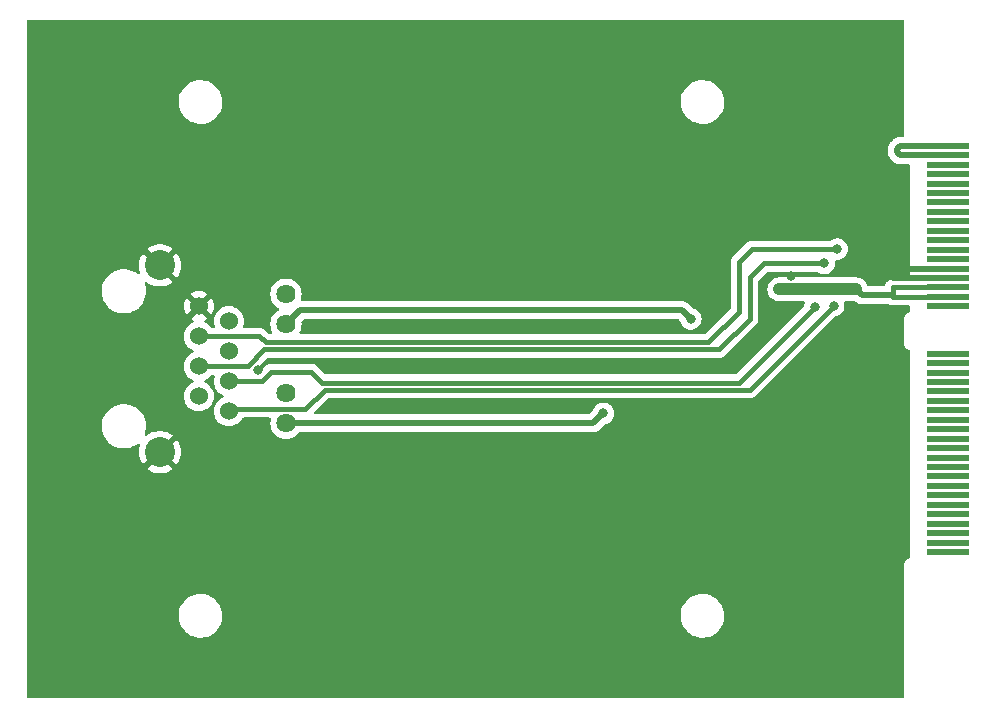
<source format=gbr>
%TF.GenerationSoftware,KiCad,Pcbnew,7.0.2*%
%TF.CreationDate,2024-05-20T10:49:14+02:00*%
%TF.ProjectId,dsoxlan,64736f78-6c61-46e2-9e6b-696361645f70,rev?*%
%TF.SameCoordinates,Original*%
%TF.FileFunction,Copper,L2,Bot*%
%TF.FilePolarity,Positive*%
%FSLAX46Y46*%
G04 Gerber Fmt 4.6, Leading zero omitted, Abs format (unit mm)*
G04 Created by KiCad (PCBNEW 7.0.2) date 2024-05-20 10:49:14*
%MOMM*%
%LPD*%
G01*
G04 APERTURE LIST*
%TA.AperFunction,ConnectorPad*%
%ADD10R,3.600000X0.550000*%
%TD*%
%TA.AperFunction,ComponentPad*%
%ADD11C,1.524000*%
%TD*%
%TA.AperFunction,ComponentPad*%
%ADD12C,1.625600*%
%TD*%
%TA.AperFunction,ComponentPad*%
%ADD13C,2.540000*%
%TD*%
%TA.AperFunction,ViaPad*%
%ADD14C,0.800000*%
%TD*%
%TA.AperFunction,Conductor*%
%ADD15C,0.500000*%
%TD*%
%TA.AperFunction,Conductor*%
%ADD16C,0.400000*%
%TD*%
%TA.AperFunction,Conductor*%
%ADD17C,1.000000*%
%TD*%
G04 APERTURE END LIST*
D10*
%TO.P,P2,2,Pin_2*%
%TO.N,unconnected-(P2-Pin_2-Pad2)*%
X190754000Y-104750000D03*
%TO.P,P2,4,Pin_4*%
%TO.N,unconnected-(P2-Pin_4-Pad4)*%
X190754000Y-103950000D03*
%TO.P,P2,6,Pin_6*%
%TO.N,unconnected-(P2-Pin_6-Pad6)*%
X190754000Y-103150000D03*
%TO.P,P2,8,Pin_8*%
%TO.N,unconnected-(P2-Pin_8-Pad8)*%
X190754000Y-102350000D03*
%TO.P,P2,10,Pin_10*%
%TO.N,unconnected-(P2-Pin_10-Pad10)*%
X190754000Y-101550000D03*
%TO.P,P2,12,Pin_12*%
%TO.N,unconnected-(P2-Pin_12-Pad12)*%
X190754000Y-100750000D03*
%TO.P,P2,14,Pin_14*%
%TO.N,unconnected-(P2-Pin_14-Pad14)*%
X190754000Y-99950000D03*
%TO.P,P2,16,Pin_16*%
%TO.N,unconnected-(P2-Pin_16-Pad16)*%
X190754000Y-99150000D03*
%TO.P,P2,18,Pin_18*%
%TO.N,unconnected-(P2-Pin_18-Pad18)*%
X190754000Y-98350000D03*
%TO.P,P2,20,Pin_20*%
%TO.N,unconnected-(P2-Pin_20-Pad20)*%
X190754000Y-97550000D03*
%TO.P,P2,22,Pin_22*%
%TO.N,unconnected-(P2-Pin_22-Pad22)*%
X190754000Y-96750000D03*
%TO.P,P2,24,Pin_24*%
%TO.N,unconnected-(P2-Pin_24-Pad24)*%
X190754000Y-95950000D03*
%TO.P,P2,26,Pin_26*%
%TO.N,unconnected-(P2-Pin_26-Pad26)*%
X190754000Y-95150000D03*
%TO.P,P2,28,Pin_28*%
%TO.N,unconnected-(P2-Pin_28-Pad28)*%
X190754000Y-94350000D03*
%TO.P,P2,30,Pin_30*%
%TO.N,unconnected-(P2-Pin_30-Pad30)*%
X190754000Y-93550000D03*
%TO.P,P2,32,Pin_32*%
%TO.N,unconnected-(P2-Pin_32-Pad32)*%
X190754000Y-92750000D03*
%TO.P,P2,34,Pin_34*%
%TO.N,unconnected-(P2-Pin_34-Pad34)*%
X190754000Y-91950000D03*
%TO.P,P2,36,Pin_36*%
%TO.N,unconnected-(P2-Pin_36-Pad36)*%
X190754000Y-91150000D03*
%TO.P,P2,38,Pin_38*%
%TO.N,unconnected-(P2-Pin_38-Pad38)*%
X190754000Y-90350000D03*
%TO.P,P2,40,Pin_40*%
%TO.N,unconnected-(P2-Pin_40-Pad40)*%
X190754000Y-89550000D03*
%TO.P,P2,42,Pin_42*%
%TO.N,unconnected-(P2-Pin_42-Pad42)*%
X190754000Y-88750000D03*
%TO.P,P2,44,Pin_44*%
%TO.N,unconnected-(P2-Pin_44-Pad44)*%
X190754000Y-87950000D03*
%TO.P,P2,46,Pin_46*%
%TO.N,unconnected-(P2-Pin_46-Pad46)*%
X190754000Y-83950000D03*
%TO.P,P2,48,Pin_48*%
%TO.N,+3.3V*%
X190754000Y-83150000D03*
%TO.P,P2,50,Pin_50*%
X190754000Y-82350000D03*
%TO.P,P2,52,Pin_52*%
%TO.N,GND*%
X190754000Y-81550000D03*
%TO.P,P2,54,Pin_54*%
X190754000Y-80750000D03*
%TO.P,P2,56,Pin_56*%
%TO.N,unconnected-(P2-Pin_56-Pad56)*%
X190754000Y-79950000D03*
%TO.P,P2,58,Pin_58*%
%TO.N,unconnected-(P2-Pin_58-Pad58)*%
X190754000Y-79150000D03*
%TO.P,P2,60,Pin_60*%
%TO.N,unconnected-(P2-Pin_60-Pad60)*%
X190754000Y-78350000D03*
%TO.P,P2,62,Pin_62*%
%TO.N,unconnected-(P2-Pin_62-Pad62)*%
X190754000Y-77550000D03*
%TO.P,P2,64,Pin_64*%
%TO.N,unconnected-(P2-Pin_64-Pad64)*%
X190754000Y-76750000D03*
%TO.P,P2,66,Pin_66*%
%TO.N,unconnected-(P2-Pin_66-Pad66)*%
X190754000Y-75950000D03*
%TO.P,P2,68,Pin_68*%
%TO.N,unconnected-(P2-Pin_68-Pad68)*%
X190754000Y-75150000D03*
%TO.P,P2,70,Pin_70*%
%TO.N,unconnected-(P2-Pin_70-Pad70)*%
X190754000Y-74350000D03*
%TO.P,P2,72,Pin_72*%
%TO.N,unconnected-(P2-Pin_72-Pad72)*%
X190754000Y-73550000D03*
%TO.P,P2,74,Pin_74*%
%TO.N,unconnected-(P2-Pin_74-Pad74)*%
X190754000Y-72750000D03*
%TO.P,P2,76,Pin_76*%
%TO.N,unconnected-(P2-Pin_76-Pad76)*%
X190754000Y-71950000D03*
%TO.P,P2,78,Pin_78*%
%TO.N,Net-(P2-Pin_78)*%
X190754000Y-71150000D03*
%TO.P,P2,80,Pin_80*%
X190754000Y-70350000D03*
%TD*%
D11*
%TO.P,P1,1,TD+*%
%TO.N,TX+*%
X129900000Y-92830000D03*
%TO.P,P1,2,CTD*%
%TO.N,Net-(P1-CRD)*%
X127360000Y-91560000D03*
%TO.P,P1,3,TD-*%
%TO.N,TX-*%
X129900000Y-90290000D03*
%TO.P,P1,4,RD+*%
%TO.N,RX+*%
X127360000Y-89020000D03*
%TO.P,P1,5,CRD*%
%TO.N,Net-(P1-CRD)*%
X129900000Y-87750000D03*
%TO.P,P1,6,RD-*%
%TO.N,RX-*%
X127360000Y-86480000D03*
%TO.P,P1,7,NC*%
%TO.N,unconnected-(P1-NC-Pad7)*%
X129900000Y-85210000D03*
%TO.P,P1,8,GND*%
%TO.N,GND*%
X127360000Y-83940000D03*
D12*
%TO.P,P1,9,KG*%
%TO.N,LED1*%
X134730000Y-93850000D03*
%TO.P,P1,10,AG*%
%TO.N,Net-(P1-AG)*%
X134730000Y-91310000D03*
%TO.P,P1,11,KY*%
%TO.N,LED2*%
X134730000Y-85460000D03*
%TO.P,P1,12,AY*%
%TO.N,Net-(P1-AY)*%
X134730000Y-82920000D03*
D13*
%TO.P,P1,13,Shield*%
%TO.N,GND*%
X124060000Y-80485000D03*
%TO.P,P1,14,Shield*%
X124060000Y-96285000D03*
%TD*%
D14*
%TO.N,GND*%
X132500000Y-94500000D03*
X163500000Y-85500000D03*
X183680000Y-81280000D03*
X142500000Y-85680500D03*
X146500000Y-96000000D03*
X178000000Y-89500000D03*
X186000000Y-85000000D03*
X159500000Y-85500000D03*
X145500000Y-89000000D03*
X132500000Y-82500000D03*
X142500000Y-92500000D03*
X145500000Y-85500000D03*
X136800000Y-85700000D03*
X186000000Y-89500000D03*
X161500000Y-82500000D03*
X170500000Y-89000000D03*
X186000000Y-75000000D03*
X132400000Y-89300000D03*
X167199272Y-81245799D03*
X164000000Y-92500000D03*
X181000000Y-86500000D03*
X143000000Y-82500000D03*
X176000000Y-84500000D03*
X177500000Y-81400500D03*
X132000000Y-84500000D03*
X137000000Y-96000000D03*
X162000000Y-96000000D03*
X142000000Y-96000000D03*
X159500000Y-89000000D03*
X167500000Y-92500000D03*
X158500000Y-92500000D03*
%TO.N,LED2*%
X169000000Y-85000000D03*
%TO.N,TX+*%
X181100000Y-83900000D03*
%TO.N,TX-*%
X179500000Y-84000000D03*
%TO.N,RX+*%
X180300000Y-80300000D03*
%TO.N,RX-*%
X181400000Y-79100000D03*
%TO.N,LED1*%
X161600000Y-93000000D03*
%TO.N,+3.3V*%
X176500000Y-82500000D03*
%TD*%
D15*
%TO.N,GND*%
X186100998Y-81550000D02*
X186055000Y-81504002D01*
X186055000Y-81504002D02*
X186055000Y-81280000D01*
X186585000Y-80750000D02*
X186055000Y-81280000D01*
X190754000Y-81550000D02*
X186100998Y-81550000D01*
X186055000Y-81280000D02*
X183680000Y-81280000D01*
X190754000Y-80750000D02*
X186585000Y-80750000D01*
%TO.N,LED2*%
X135912536Y-84277464D02*
X168277464Y-84277464D01*
X168277464Y-84277464D02*
X169000000Y-85000000D01*
X134730000Y-85460000D02*
X135912536Y-84277464D01*
D16*
%TO.N,TX+*%
X129900000Y-92830000D02*
X130092800Y-92637200D01*
X136362800Y-92637200D02*
X138000000Y-91000000D01*
X138000000Y-91000000D02*
X174000000Y-91000000D01*
X174000000Y-91000000D02*
X181100000Y-83900000D01*
X130092800Y-92637200D02*
X136362800Y-92637200D01*
%TO.N,TX-*%
X129900000Y-90290000D02*
X132710000Y-90290000D01*
X133500000Y-89500000D02*
X136851180Y-89500000D01*
X132710000Y-90290000D02*
X133500000Y-89500000D01*
X136851180Y-89500000D02*
X137751679Y-90400499D01*
X173099501Y-90400499D02*
X179500000Y-84000000D01*
X137751679Y-90400499D02*
X173099501Y-90400499D01*
%TO.N,RX+*%
X171400499Y-87599501D02*
X174000000Y-85000000D01*
X175200000Y-80300000D02*
X180300000Y-80300000D01*
X132900499Y-87599501D02*
X171400499Y-87599501D01*
X131480000Y-89020000D02*
X132900499Y-87599501D01*
X174000000Y-81500000D02*
X175200000Y-80300000D01*
X127360000Y-89020000D02*
X131480000Y-89020000D01*
X174000000Y-85000000D02*
X174000000Y-81500000D01*
%TO.N,RX-*%
X174200000Y-79100000D02*
X181400000Y-79100000D01*
X133000000Y-87000000D02*
X170500000Y-87000000D01*
X170500000Y-87000000D02*
X173100000Y-84400000D01*
X127360000Y-86480000D02*
X132480000Y-86480000D01*
X173100000Y-80200000D02*
X174200000Y-79100000D01*
X173100000Y-84400000D02*
X173100000Y-80200000D01*
X132480000Y-86480000D02*
X133000000Y-87000000D01*
D15*
%TO.N,LED1*%
X160750000Y-93850000D02*
X161600000Y-93000000D01*
X134730000Y-93850000D02*
X160750000Y-93850000D01*
D17*
%TO.N,+3.3V*%
X176500000Y-82500000D02*
X183000000Y-82500000D01*
D16*
X186100000Y-83000000D02*
X186100000Y-83100000D01*
X186150000Y-82350000D02*
X186100000Y-82400000D01*
X186100000Y-83100000D02*
X186150000Y-83150000D01*
D15*
X183500000Y-83000000D02*
X186100000Y-83000000D01*
D16*
X186100000Y-82400000D02*
X186100000Y-83000000D01*
D15*
X183000000Y-82500000D02*
X183500000Y-83000000D01*
D16*
X190754000Y-82350000D02*
X186150000Y-82350000D01*
X186150000Y-83150000D02*
X190754000Y-83150000D01*
D15*
%TO.N,Net-(P2-Pin_78)*%
X186720000Y-71150000D02*
X186436000Y-70866000D01*
X186436000Y-70866000D02*
X186436000Y-70612000D01*
X186436000Y-70612000D02*
X186698000Y-70350000D01*
X186698000Y-70350000D02*
X190754000Y-70350000D01*
X190754000Y-71150000D02*
X186720000Y-71150000D01*
%TD*%
%TA.AperFunction,Conductor*%
%TO.N,GND*%
G36*
X187020621Y-59702502D02*
G01*
X187067114Y-59756158D01*
X187078500Y-59808500D01*
X187078500Y-69465500D01*
X187058498Y-69533621D01*
X187004842Y-69580114D01*
X186952500Y-69591500D01*
X186762442Y-69591500D01*
X186744182Y-69590170D01*
X186720212Y-69586659D01*
X186720211Y-69586659D01*
X186694075Y-69588945D01*
X186670353Y-69591021D01*
X186659372Y-69591500D01*
X186653820Y-69591500D01*
X186650182Y-69591925D01*
X186650167Y-69591926D01*
X186622711Y-69595135D01*
X186619070Y-69595507D01*
X186542260Y-69602227D01*
X186523123Y-69606470D01*
X186450634Y-69632853D01*
X186447176Y-69634055D01*
X186374000Y-69658303D01*
X186356372Y-69666838D01*
X186291918Y-69709229D01*
X186288831Y-69711196D01*
X186223218Y-69751667D01*
X186208032Y-69764038D01*
X186155087Y-69820156D01*
X186152534Y-69822783D01*
X185945225Y-70030092D01*
X185931377Y-70042061D01*
X185911944Y-70056529D01*
X185879773Y-70094868D01*
X185872360Y-70102958D01*
X185871017Y-70104301D01*
X185871011Y-70104307D01*
X185868420Y-70106899D01*
X185866149Y-70109770D01*
X185866140Y-70109781D01*
X185848997Y-70131460D01*
X185846688Y-70134294D01*
X185797119Y-70193369D01*
X185786589Y-70209899D01*
X185753995Y-70279794D01*
X185752401Y-70283087D01*
X185717795Y-70351997D01*
X185711363Y-70370500D01*
X185695759Y-70446064D01*
X185694967Y-70449637D01*
X185677192Y-70524640D01*
X185675202Y-70544115D01*
X185677447Y-70621258D01*
X185677500Y-70624922D01*
X185677500Y-70801559D01*
X185676170Y-70819820D01*
X185672658Y-70843790D01*
X185677020Y-70893633D01*
X185677500Y-70904616D01*
X185677500Y-70910180D01*
X185677924Y-70913815D01*
X185677926Y-70913834D01*
X185681135Y-70941291D01*
X185681507Y-70944932D01*
X185688228Y-71021744D01*
X185692469Y-71040873D01*
X185718846Y-71113342D01*
X185720049Y-71116804D01*
X185744304Y-71190000D01*
X185752837Y-71207627D01*
X185795232Y-71272084D01*
X185797171Y-71275127D01*
X185836970Y-71339651D01*
X185837674Y-71340792D01*
X185850038Y-71355967D01*
X185906155Y-71408911D01*
X185908784Y-71411465D01*
X186138092Y-71640773D01*
X186150060Y-71654620D01*
X186164531Y-71674058D01*
X186202870Y-71706228D01*
X186210974Y-71713655D01*
X186214900Y-71717581D01*
X186217780Y-71719858D01*
X186239455Y-71736997D01*
X186242296Y-71739311D01*
X186301377Y-71788885D01*
X186317890Y-71799405D01*
X186387786Y-71831998D01*
X186391078Y-71833591D01*
X186458812Y-71867609D01*
X186458814Y-71867609D01*
X186460008Y-71868209D01*
X186478490Y-71874633D01*
X186479791Y-71874901D01*
X186479794Y-71874903D01*
X186554078Y-71890241D01*
X186557630Y-71891029D01*
X186631344Y-71908500D01*
X186631346Y-71908500D01*
X186632641Y-71908807D01*
X186652114Y-71910797D01*
X186653439Y-71910758D01*
X186653442Y-71910759D01*
X186727477Y-71908604D01*
X186729259Y-71908553D01*
X186732923Y-71908500D01*
X187453000Y-71908500D01*
X187521121Y-71928502D01*
X187567614Y-71982158D01*
X187579000Y-72034500D01*
X187579000Y-81515500D01*
X187558998Y-81583621D01*
X187505342Y-81630114D01*
X187453000Y-81641500D01*
X186175223Y-81641500D01*
X186167616Y-81641270D01*
X186165540Y-81641144D01*
X186106906Y-81637597D01*
X186047090Y-81648559D01*
X186039569Y-81649704D01*
X185979197Y-81657035D01*
X185969662Y-81660651D01*
X185947711Y-81666770D01*
X185945609Y-81667155D01*
X185937668Y-81668611D01*
X185882213Y-81693569D01*
X185875186Y-81696480D01*
X185818322Y-81718046D01*
X185809926Y-81723842D01*
X185790076Y-81735038D01*
X185780776Y-81739224D01*
X185780774Y-81739225D01*
X185780775Y-81739225D01*
X185732899Y-81776731D01*
X185726785Y-81781230D01*
X185676730Y-81815781D01*
X185636388Y-81861317D01*
X185631172Y-81866856D01*
X185616856Y-81881172D01*
X185611317Y-81886388D01*
X185565782Y-81926729D01*
X185531238Y-81976773D01*
X185526731Y-81982898D01*
X185489224Y-82030774D01*
X185485036Y-82040078D01*
X185473843Y-82059923D01*
X185468048Y-82068319D01*
X185446482Y-82125183D01*
X185443570Y-82132211D01*
X185427819Y-82167210D01*
X185381623Y-82221121D01*
X185313613Y-82241498D01*
X185312919Y-82241500D01*
X184068913Y-82241500D01*
X184000792Y-82221498D01*
X183954299Y-82167842D01*
X183948339Y-82152076D01*
X183942312Y-82132211D01*
X183936241Y-82112196D01*
X183842595Y-81936996D01*
X183842593Y-81936992D01*
X183716568Y-81783431D01*
X183563007Y-81657406D01*
X183387802Y-81563758D01*
X183197701Y-81506091D01*
X183052627Y-81491803D01*
X183052619Y-81491802D01*
X183049547Y-81491500D01*
X176450453Y-81491500D01*
X176447381Y-81491802D01*
X176447372Y-81491803D01*
X176302298Y-81506091D01*
X176112197Y-81563758D01*
X175936992Y-81657406D01*
X175783431Y-81783431D01*
X175657406Y-81936992D01*
X175563758Y-82112197D01*
X175506091Y-82302298D01*
X175486619Y-82499999D01*
X175506091Y-82697701D01*
X175563758Y-82887802D01*
X175657406Y-83063007D01*
X175783431Y-83216568D01*
X175936992Y-83342593D01*
X175936996Y-83342595D01*
X176112196Y-83436241D01*
X176207247Y-83465074D01*
X176302298Y-83493908D01*
X176324474Y-83496092D01*
X176450453Y-83508500D01*
X178531021Y-83508500D01*
X178599142Y-83528502D01*
X178645635Y-83582158D01*
X178655739Y-83652432D01*
X178650854Y-83673436D01*
X178606458Y-83810070D01*
X178601550Y-83856769D01*
X178574536Y-83922426D01*
X178565335Y-83932692D01*
X172842936Y-89655094D01*
X172780624Y-89689119D01*
X172753841Y-89691999D01*
X138097339Y-89691999D01*
X138029218Y-89671997D01*
X138008244Y-89655094D01*
X137370007Y-89016857D01*
X137364790Y-89011316D01*
X137364783Y-89011308D01*
X137324453Y-88965785D01*
X137274404Y-88931238D01*
X137274400Y-88931235D01*
X137268272Y-88926725D01*
X137220404Y-88889223D01*
X137211102Y-88885036D01*
X137191248Y-88873839D01*
X137189961Y-88872951D01*
X137182855Y-88868046D01*
X137182853Y-88868045D01*
X137126002Y-88846483D01*
X137118974Y-88843572D01*
X137063509Y-88818610D01*
X137053469Y-88816770D01*
X137031512Y-88810649D01*
X137021981Y-88807035D01*
X136961612Y-88799704D01*
X136954094Y-88798559D01*
X136946333Y-88797137D01*
X136894273Y-88787597D01*
X136833570Y-88791270D01*
X136825962Y-88791500D01*
X133525223Y-88791500D01*
X133517616Y-88791270D01*
X133515540Y-88791144D01*
X133456906Y-88787597D01*
X133397090Y-88798559D01*
X133389569Y-88799704D01*
X133329197Y-88807035D01*
X133319662Y-88810651D01*
X133297711Y-88816770D01*
X133295609Y-88817155D01*
X133287668Y-88818611D01*
X133232211Y-88843570D01*
X133225183Y-88846482D01*
X133168319Y-88868048D01*
X133159923Y-88873843D01*
X133140078Y-88885036D01*
X133130774Y-88889224D01*
X133082898Y-88926731D01*
X133076773Y-88931238D01*
X133026729Y-88965782D01*
X132986396Y-89011308D01*
X132981181Y-89016847D01*
X132453435Y-89544595D01*
X132391122Y-89578620D01*
X132364339Y-89581500D01*
X132224659Y-89581500D01*
X132156538Y-89561498D01*
X132110045Y-89507842D01*
X132099941Y-89437568D01*
X132129435Y-89372988D01*
X132135564Y-89366405D01*
X132612745Y-88889225D01*
X133157063Y-88344906D01*
X133219376Y-88310880D01*
X133246159Y-88308001D01*
X171375281Y-88308001D01*
X171382889Y-88308231D01*
X171443590Y-88311903D01*
X171443590Y-88311902D01*
X171443592Y-88311903D01*
X171503440Y-88300935D01*
X171510897Y-88299800D01*
X171571300Y-88292466D01*
X171580827Y-88288852D01*
X171602793Y-88282728D01*
X171612828Y-88280890D01*
X171668296Y-88255924D01*
X171675301Y-88253023D01*
X171732174Y-88231455D01*
X171740568Y-88225660D01*
X171760425Y-88214461D01*
X171769725Y-88210276D01*
X171817639Y-88172736D01*
X171823678Y-88168292D01*
X171873772Y-88133716D01*
X171914111Y-88088181D01*
X171919310Y-88082658D01*
X174483157Y-85518811D01*
X174488683Y-85513610D01*
X174500631Y-85503025D01*
X174534215Y-85473273D01*
X174568774Y-85423204D01*
X174573256Y-85417113D01*
X174610775Y-85369225D01*
X174614956Y-85359934D01*
X174626163Y-85340064D01*
X174631955Y-85331673D01*
X174653516Y-85274818D01*
X174656418Y-85267809D01*
X174681389Y-85212329D01*
X174683228Y-85202290D01*
X174689350Y-85180332D01*
X174692965Y-85170801D01*
X174700299Y-85110396D01*
X174701433Y-85102945D01*
X174712402Y-85043092D01*
X174709795Y-84999999D01*
X174708730Y-84982384D01*
X174708500Y-84974776D01*
X174708500Y-81845660D01*
X174728502Y-81777539D01*
X174745405Y-81756565D01*
X175456565Y-81045405D01*
X175518877Y-81011379D01*
X175545660Y-81008500D01*
X179688595Y-81008500D01*
X179756716Y-81028502D01*
X179762655Y-81032563D01*
X179843248Y-81091118D01*
X180017712Y-81168794D01*
X180204513Y-81208500D01*
X180204515Y-81208500D01*
X180395485Y-81208500D01*
X180395487Y-81208500D01*
X180582288Y-81168794D01*
X180756752Y-81091118D01*
X180911253Y-80978866D01*
X181039040Y-80836944D01*
X181134527Y-80671556D01*
X181193542Y-80489928D01*
X181213504Y-80300000D01*
X181197493Y-80147668D01*
X181210265Y-80077832D01*
X181258767Y-80025986D01*
X181322803Y-80008500D01*
X181495485Y-80008500D01*
X181495487Y-80008500D01*
X181682288Y-79968794D01*
X181856752Y-79891118D01*
X182011253Y-79778866D01*
X182139040Y-79636944D01*
X182234527Y-79471556D01*
X182293542Y-79289928D01*
X182313504Y-79100000D01*
X182293542Y-78910072D01*
X182234527Y-78728444D01*
X182234527Y-78728443D01*
X182139041Y-78563057D01*
X182058712Y-78473843D01*
X182011253Y-78421134D01*
X182007780Y-78418611D01*
X181856753Y-78308883D01*
X181856752Y-78308882D01*
X181682288Y-78231206D01*
X181495487Y-78191500D01*
X181304513Y-78191500D01*
X181179979Y-78217970D01*
X181117711Y-78231206D01*
X180943246Y-78308883D01*
X180862656Y-78367436D01*
X180795788Y-78391294D01*
X180788595Y-78391500D01*
X174225223Y-78391500D01*
X174217616Y-78391270D01*
X174215540Y-78391144D01*
X174156906Y-78387597D01*
X174097090Y-78398559D01*
X174089569Y-78399704D01*
X174029197Y-78407035D01*
X174019662Y-78410651D01*
X173997711Y-78416770D01*
X173995609Y-78417155D01*
X173987668Y-78418611D01*
X173932211Y-78443570D01*
X173925183Y-78446482D01*
X173868319Y-78468048D01*
X173859923Y-78473843D01*
X173840078Y-78485036D01*
X173830774Y-78489224D01*
X173782898Y-78526731D01*
X173776773Y-78531238D01*
X173726729Y-78565782D01*
X173686388Y-78611317D01*
X173681172Y-78616856D01*
X172616856Y-79681172D01*
X172611317Y-79686388D01*
X172565782Y-79726729D01*
X172531238Y-79776773D01*
X172526731Y-79782898D01*
X172489224Y-79830774D01*
X172485036Y-79840078D01*
X172473843Y-79859923D01*
X172468048Y-79868319D01*
X172446482Y-79925183D01*
X172443570Y-79932211D01*
X172418611Y-79987668D01*
X172416771Y-79997710D01*
X172410651Y-80019662D01*
X172407035Y-80029197D01*
X172399705Y-80089554D01*
X172398561Y-80097071D01*
X172387597Y-80156906D01*
X172391270Y-80217608D01*
X172391500Y-80225217D01*
X172391500Y-84054340D01*
X172371498Y-84122461D01*
X172354595Y-84143435D01*
X170243435Y-86254595D01*
X170181123Y-86288621D01*
X170154340Y-86291500D01*
X135997938Y-86291500D01*
X135929817Y-86271498D01*
X135883324Y-86217842D01*
X135873220Y-86147568D01*
X135883741Y-86112255D01*
X135976358Y-85913637D01*
X136036197Y-85690318D01*
X136056347Y-85460000D01*
X136041060Y-85285266D01*
X136055048Y-85215667D01*
X136077481Y-85185198D01*
X136189812Y-85072868D01*
X136252126Y-85038843D01*
X136278908Y-85035964D01*
X167911093Y-85035964D01*
X167979214Y-85055966D01*
X168000188Y-85072869D01*
X168079874Y-85152555D01*
X168110612Y-85202714D01*
X168165472Y-85371555D01*
X168260958Y-85536942D01*
X168260960Y-85536944D01*
X168388747Y-85678866D01*
X168543248Y-85791118D01*
X168717712Y-85868794D01*
X168904513Y-85908500D01*
X168904515Y-85908500D01*
X169095485Y-85908500D01*
X169095487Y-85908500D01*
X169282288Y-85868794D01*
X169456752Y-85791118D01*
X169611253Y-85678866D01*
X169739040Y-85536944D01*
X169834527Y-85371556D01*
X169893542Y-85189928D01*
X169913504Y-85000000D01*
X169893542Y-84810072D01*
X169834527Y-84628444D01*
X169834527Y-84628443D01*
X169739041Y-84463057D01*
X169611252Y-84321133D01*
X169497307Y-84238347D01*
X169456752Y-84208882D01*
X169282288Y-84131206D01*
X169282284Y-84131204D01*
X169219228Y-84117801D01*
X169156755Y-84084072D01*
X169156331Y-84083650D01*
X168859373Y-83786692D01*
X168847401Y-83772839D01*
X168832934Y-83753407D01*
X168794591Y-83721233D01*
X168786488Y-83713807D01*
X168785158Y-83712477D01*
X168782565Y-83709884D01*
X168779699Y-83707617D01*
X168779688Y-83707608D01*
X168757994Y-83690455D01*
X168755172Y-83688156D01*
X168697104Y-83639432D01*
X168697103Y-83639431D01*
X168696085Y-83638577D01*
X168679574Y-83628058D01*
X168609669Y-83595460D01*
X168606373Y-83593865D01*
X168594963Y-83588135D01*
X168580338Y-83580790D01*
X168537460Y-83559256D01*
X168518968Y-83552829D01*
X168443406Y-83537226D01*
X168439831Y-83536433D01*
X168364820Y-83518655D01*
X168345349Y-83516666D01*
X168268205Y-83518911D01*
X168264541Y-83518964D01*
X136101624Y-83518964D01*
X136033503Y-83498962D01*
X135987010Y-83445306D01*
X135976906Y-83375032D01*
X135979918Y-83360352D01*
X136036196Y-83150322D01*
X136036196Y-83150321D01*
X136036197Y-83150318D01*
X136056347Y-82920000D01*
X136036197Y-82689682D01*
X136029623Y-82665149D01*
X136018418Y-82623332D01*
X135976358Y-82466363D01*
X135878650Y-82256827D01*
X135777380Y-82112198D01*
X135746040Y-82067439D01*
X135582562Y-81903961D01*
X135393173Y-81771349D01*
X135183635Y-81673641D01*
X134960322Y-81613803D01*
X134776063Y-81597682D01*
X134730000Y-81593653D01*
X134729999Y-81593653D01*
X134499677Y-81613803D01*
X134276366Y-81673641D01*
X134276365Y-81673641D01*
X134276363Y-81673642D01*
X134098534Y-81756565D01*
X134066823Y-81771352D01*
X133877439Y-81903959D01*
X133713959Y-82067439D01*
X133581352Y-82256823D01*
X133581350Y-82256826D01*
X133581350Y-82256827D01*
X133484593Y-82464325D01*
X133483641Y-82466366D01*
X133423803Y-82689677D01*
X133403653Y-82920000D01*
X133423803Y-83150322D01*
X133483641Y-83373635D01*
X133581349Y-83583173D01*
X133713961Y-83772562D01*
X133877437Y-83936038D01*
X133877440Y-83936040D01*
X133877441Y-83936041D01*
X133933396Y-83975221D01*
X134066826Y-84068650D01*
X134082170Y-84075805D01*
X134135455Y-84122721D01*
X134154917Y-84190998D01*
X134134376Y-84258958D01*
X134082173Y-84304194D01*
X134066825Y-84311351D01*
X133877439Y-84443959D01*
X133713959Y-84607439D01*
X133581352Y-84796823D01*
X133581350Y-84796826D01*
X133581350Y-84796827D01*
X133486697Y-84999813D01*
X133483641Y-85006366D01*
X133423803Y-85229677D01*
X133403653Y-85460000D01*
X133423803Y-85690322D01*
X133467619Y-85853839D01*
X133483642Y-85913637D01*
X133576257Y-86112252D01*
X133586918Y-86182442D01*
X133557938Y-86247255D01*
X133498518Y-86286111D01*
X133462062Y-86291500D01*
X133345660Y-86291500D01*
X133277539Y-86271498D01*
X133256565Y-86254595D01*
X132998827Y-85996857D01*
X132993610Y-85991316D01*
X132953273Y-85945785D01*
X132922743Y-85924711D01*
X132903220Y-85911235D01*
X132897092Y-85906725D01*
X132849224Y-85869223D01*
X132839922Y-85865036D01*
X132820068Y-85853839D01*
X132818781Y-85852951D01*
X132811675Y-85848046D01*
X132811673Y-85848045D01*
X132754822Y-85826483D01*
X132747794Y-85823572D01*
X132692329Y-85798610D01*
X132682289Y-85796770D01*
X132660332Y-85790649D01*
X132650801Y-85787035D01*
X132590432Y-85779704D01*
X132582914Y-85778559D01*
X132575153Y-85777137D01*
X132523093Y-85767597D01*
X132462390Y-85771270D01*
X132454782Y-85771500D01*
X131229072Y-85771500D01*
X131160951Y-85751498D01*
X131114458Y-85697842D01*
X131104354Y-85627568D01*
X131107365Y-85612889D01*
X131133292Y-85516127D01*
X131155978Y-85431463D01*
X131175353Y-85210000D01*
X131155978Y-84988537D01*
X131154329Y-84982384D01*
X131114954Y-84835436D01*
X131098440Y-84773804D01*
X131004488Y-84572324D01*
X130992641Y-84555405D01*
X130902334Y-84426433D01*
X130876977Y-84390219D01*
X130876976Y-84390218D01*
X130876974Y-84390215D01*
X130719784Y-84233025D01*
X130537678Y-84105512D01*
X130427938Y-84054340D01*
X130336196Y-84011560D01*
X130322709Y-84007946D01*
X130121467Y-83954022D01*
X129900000Y-83934647D01*
X129678532Y-83954022D01*
X129463807Y-84011559D01*
X129463806Y-84011559D01*
X129463804Y-84011560D01*
X129403442Y-84039707D01*
X129262322Y-84105512D01*
X129080215Y-84233025D01*
X128923025Y-84390215D01*
X128795512Y-84572322D01*
X128740118Y-84691116D01*
X128703897Y-84768794D01*
X128701559Y-84773807D01*
X128644022Y-84988532D01*
X128624647Y-85210000D01*
X128644022Y-85431463D01*
X128692635Y-85612889D01*
X128690945Y-85683865D01*
X128651151Y-85742661D01*
X128585887Y-85770609D01*
X128570928Y-85771500D01*
X128480488Y-85771500D01*
X128412367Y-85751498D01*
X128377275Y-85717770D01*
X128336976Y-85660217D01*
X128179784Y-85503025D01*
X127997676Y-85375511D01*
X127887035Y-85323919D01*
X127833749Y-85277002D01*
X127814288Y-85208725D01*
X127834830Y-85140765D01*
X127887035Y-85095529D01*
X127997425Y-85044053D01*
X128060603Y-84999814D01*
X128060603Y-84999812D01*
X127443316Y-84382525D01*
X127494138Y-84374865D01*
X127616357Y-84316007D01*
X127715798Y-84223740D01*
X127783625Y-84106260D01*
X127802550Y-84023341D01*
X128419812Y-84640603D01*
X128419814Y-84640603D01*
X128464052Y-84577427D01*
X128557968Y-84376024D01*
X128615482Y-84161376D01*
X128634850Y-83939999D01*
X128615482Y-83718623D01*
X128557968Y-83503975D01*
X128464051Y-83302571D01*
X128419815Y-83239395D01*
X128419813Y-83239395D01*
X127804844Y-83854364D01*
X127803673Y-83838735D01*
X127754113Y-83712459D01*
X127669535Y-83606401D01*
X127557453Y-83529984D01*
X127445376Y-83495413D01*
X128060603Y-82880185D01*
X128060603Y-82880184D01*
X127997426Y-82835947D01*
X127796024Y-82742031D01*
X127581376Y-82684517D01*
X127360000Y-82665149D01*
X127138623Y-82684517D01*
X126923975Y-82742031D01*
X126722572Y-82835948D01*
X126659394Y-82880185D01*
X127276683Y-83497474D01*
X127225862Y-83505135D01*
X127103643Y-83563993D01*
X127004202Y-83656260D01*
X126936375Y-83773740D01*
X126917449Y-83856658D01*
X126300185Y-83239394D01*
X126255948Y-83302572D01*
X126162031Y-83503975D01*
X126104517Y-83718623D01*
X126085149Y-83939999D01*
X126104517Y-84161376D01*
X126162031Y-84376024D01*
X126255947Y-84577426D01*
X126300184Y-84640603D01*
X126300185Y-84640603D01*
X126915155Y-84025632D01*
X126916327Y-84041265D01*
X126965887Y-84167541D01*
X127050465Y-84273599D01*
X127162547Y-84350016D01*
X127274623Y-84384586D01*
X126659395Y-84999813D01*
X126659395Y-84999814D01*
X126722573Y-85044052D01*
X126832965Y-85095529D01*
X126886250Y-85142446D01*
X126905711Y-85210724D01*
X126885169Y-85278683D01*
X126832965Y-85323919D01*
X126722323Y-85375512D01*
X126540215Y-85503025D01*
X126383025Y-85660215D01*
X126255512Y-85842322D01*
X126161559Y-86043807D01*
X126104022Y-86258532D01*
X126084647Y-86480000D01*
X126104022Y-86701467D01*
X126127979Y-86790872D01*
X126161560Y-86916196D01*
X126222609Y-87047117D01*
X126255512Y-87117678D01*
X126383025Y-87299784D01*
X126540215Y-87456974D01*
X126540218Y-87456976D01*
X126540219Y-87456977D01*
X126568545Y-87476811D01*
X126722321Y-87584487D01*
X126722322Y-87584487D01*
X126722323Y-87584488D01*
X126832375Y-87635806D01*
X126885659Y-87682722D01*
X126905120Y-87750999D01*
X126884578Y-87818959D01*
X126832374Y-87864194D01*
X126802991Y-87877895D01*
X126722322Y-87915512D01*
X126540215Y-88043025D01*
X126383025Y-88200215D01*
X126255512Y-88382322D01*
X126161559Y-88583807D01*
X126104022Y-88798532D01*
X126084647Y-89020000D01*
X126104022Y-89241467D01*
X126137500Y-89366405D01*
X126161560Y-89456196D01*
X126185643Y-89507842D01*
X126255512Y-89657678D01*
X126383025Y-89839784D01*
X126540215Y-89996974D01*
X126722321Y-90124487D01*
X126722322Y-90124487D01*
X126722323Y-90124488D01*
X126832375Y-90175806D01*
X126885659Y-90222722D01*
X126905120Y-90290999D01*
X126884578Y-90358959D01*
X126832374Y-90404194D01*
X126802991Y-90417895D01*
X126722322Y-90455512D01*
X126540215Y-90583025D01*
X126383025Y-90740215D01*
X126255512Y-90922322D01*
X126194936Y-91052230D01*
X126182135Y-91079682D01*
X126161559Y-91123807D01*
X126104022Y-91338532D01*
X126084647Y-91560000D01*
X126104022Y-91781467D01*
X126143474Y-91928700D01*
X126161560Y-91996196D01*
X126206001Y-92091500D01*
X126255512Y-92197678D01*
X126383025Y-92379784D01*
X126540215Y-92536974D01*
X126722321Y-92664487D01*
X126722322Y-92664487D01*
X126722323Y-92664488D01*
X126923804Y-92758440D01*
X127059418Y-92794778D01*
X127138532Y-92815977D01*
X127138533Y-92815977D01*
X127138537Y-92815978D01*
X127360000Y-92835353D01*
X127581463Y-92815978D01*
X127796196Y-92758440D01*
X127997677Y-92664488D01*
X128179781Y-92536977D01*
X128336977Y-92379781D01*
X128464488Y-92197677D01*
X128558440Y-91996196D01*
X128615978Y-91781463D01*
X128635353Y-91560000D01*
X128615978Y-91338537D01*
X128608331Y-91310000D01*
X128596803Y-91266974D01*
X128558440Y-91123804D01*
X128464488Y-90922324D01*
X128458311Y-90913503D01*
X128336974Y-90740215D01*
X128179784Y-90583025D01*
X127997678Y-90455512D01*
X127947247Y-90431996D01*
X127887624Y-90404193D01*
X127834341Y-90357278D01*
X127814880Y-90289001D01*
X127835422Y-90221041D01*
X127887624Y-90175806D01*
X127997677Y-90124488D01*
X128179781Y-89996977D01*
X128336977Y-89839781D01*
X128377274Y-89782230D01*
X128432732Y-89737901D01*
X128480488Y-89728500D01*
X128570928Y-89728500D01*
X128639049Y-89748502D01*
X128685542Y-89802158D01*
X128695646Y-89872432D01*
X128692635Y-89887111D01*
X128644022Y-90068536D01*
X128624647Y-90290000D01*
X128644022Y-90511467D01*
X128680292Y-90646823D01*
X128701560Y-90726196D01*
X128758737Y-90848812D01*
X128795512Y-90927678D01*
X128923025Y-91109784D01*
X129080215Y-91266974D01*
X129262321Y-91394487D01*
X129262322Y-91394487D01*
X129262323Y-91394488D01*
X129372375Y-91445806D01*
X129425659Y-91492722D01*
X129445120Y-91560999D01*
X129424578Y-91628959D01*
X129372374Y-91674194D01*
X129356950Y-91681387D01*
X129262322Y-91725512D01*
X129080215Y-91853025D01*
X128923025Y-92010215D01*
X128795512Y-92192322D01*
X128701559Y-92393807D01*
X128644022Y-92608532D01*
X128624647Y-92830000D01*
X128644022Y-93051467D01*
X128681124Y-93189928D01*
X128701560Y-93266196D01*
X128750690Y-93371556D01*
X128795512Y-93467678D01*
X128923025Y-93649784D01*
X129080215Y-93806974D01*
X129262321Y-93934487D01*
X129262322Y-93934487D01*
X129262323Y-93934488D01*
X129463804Y-94028440D01*
X129614739Y-94068883D01*
X129678532Y-94085977D01*
X129678533Y-94085977D01*
X129678537Y-94085978D01*
X129900000Y-94105353D01*
X130121463Y-94085978D01*
X130336196Y-94028440D01*
X130537677Y-93934488D01*
X130719781Y-93806977D01*
X130876977Y-93649781D01*
X131004488Y-93467677D01*
X131027443Y-93418449D01*
X131074361Y-93365165D01*
X131141638Y-93345700D01*
X133333010Y-93345700D01*
X133401131Y-93365702D01*
X133447624Y-93419358D01*
X133457728Y-93489632D01*
X133454717Y-93504311D01*
X133423803Y-93619681D01*
X133403653Y-93850000D01*
X133423803Y-94080322D01*
X133483641Y-94303635D01*
X133581349Y-94513173D01*
X133713961Y-94702562D01*
X133877437Y-94866038D01*
X133877440Y-94866040D01*
X133877441Y-94866041D01*
X134066826Y-94998650D01*
X134276363Y-95096358D01*
X134374826Y-95122741D01*
X134499677Y-95156196D01*
X134499678Y-95156196D01*
X134499682Y-95156197D01*
X134730000Y-95176347D01*
X134960318Y-95156197D01*
X135183637Y-95096358D01*
X135393174Y-94998650D01*
X135582559Y-94866041D01*
X135746041Y-94702559D01*
X135774279Y-94662230D01*
X135829737Y-94617901D01*
X135877493Y-94608500D01*
X160685559Y-94608500D01*
X160703820Y-94609830D01*
X160727789Y-94613341D01*
X160774253Y-94609275D01*
X160777647Y-94608979D01*
X160788628Y-94608500D01*
X160790513Y-94608500D01*
X160794180Y-94608500D01*
X160825301Y-94604861D01*
X160828896Y-94604494D01*
X160904426Y-94597887D01*
X160904430Y-94597885D01*
X160905751Y-94597770D01*
X160924856Y-94593535D01*
X160926106Y-94593079D01*
X160926113Y-94593079D01*
X160997400Y-94567132D01*
X161000769Y-94565961D01*
X161072738Y-94542114D01*
X161072739Y-94542112D01*
X161074007Y-94541693D01*
X161091613Y-94533169D01*
X161092725Y-94532437D01*
X161092732Y-94532435D01*
X161156138Y-94490730D01*
X161159161Y-94488806D01*
X161223651Y-94449030D01*
X161223652Y-94449028D01*
X161224788Y-94448328D01*
X161239959Y-94435970D01*
X161240871Y-94435002D01*
X161240874Y-94435001D01*
X161292929Y-94379824D01*
X161295448Y-94377231D01*
X161756332Y-93916347D01*
X161818642Y-93882323D01*
X161818946Y-93882257D01*
X161882288Y-93868794D01*
X162056752Y-93791118D01*
X162211253Y-93678866D01*
X162339040Y-93536944D01*
X162434527Y-93371556D01*
X162493542Y-93189928D01*
X162513504Y-93000000D01*
X162493542Y-92810072D01*
X162434527Y-92628444D01*
X162434527Y-92628443D01*
X162339041Y-92463057D01*
X162211252Y-92321133D01*
X162133263Y-92264471D01*
X162056752Y-92208882D01*
X161882288Y-92131206D01*
X161695487Y-92091500D01*
X161504513Y-92091500D01*
X161379979Y-92117970D01*
X161317711Y-92131206D01*
X161143246Y-92208883D01*
X160988747Y-92321133D01*
X160860958Y-92463057D01*
X160765473Y-92628442D01*
X160710613Y-92797283D01*
X160679876Y-92847441D01*
X160472724Y-93054595D01*
X160410412Y-93088620D01*
X160383628Y-93091500D01*
X137214660Y-93091500D01*
X137146539Y-93071498D01*
X137100046Y-93017842D01*
X137089942Y-92947568D01*
X137119436Y-92882988D01*
X137125565Y-92876405D01*
X137604682Y-92397289D01*
X138256565Y-91745405D01*
X138318878Y-91711379D01*
X138345661Y-91708500D01*
X173974782Y-91708500D01*
X173982390Y-91708730D01*
X174043091Y-91712402D01*
X174043091Y-91712401D01*
X174043093Y-91712402D01*
X174102941Y-91701434D01*
X174110398Y-91700299D01*
X174170801Y-91692965D01*
X174180328Y-91689351D01*
X174202294Y-91683227D01*
X174212329Y-91681389D01*
X174267797Y-91656423D01*
X174274802Y-91653522D01*
X174331675Y-91631954D01*
X174340069Y-91626159D01*
X174359926Y-91614960D01*
X174369226Y-91610775D01*
X174417140Y-91573235D01*
X174423179Y-91568791D01*
X174473273Y-91534215D01*
X174513612Y-91488680D01*
X174518811Y-91483157D01*
X181166535Y-84835434D01*
X181228845Y-84801410D01*
X181229048Y-84801366D01*
X181382288Y-84768794D01*
X181556752Y-84691118D01*
X181711253Y-84578866D01*
X181839040Y-84436944D01*
X181934527Y-84271556D01*
X181993542Y-84089928D01*
X182013504Y-83900000D01*
X181993542Y-83710072D01*
X181981637Y-83673435D01*
X181979611Y-83602468D01*
X182016273Y-83541670D01*
X182079985Y-83510345D01*
X182101471Y-83508500D01*
X182880130Y-83508500D01*
X182948251Y-83528502D01*
X182961117Y-83537975D01*
X182978500Y-83552561D01*
X182982871Y-83556229D01*
X182990974Y-83563655D01*
X182994900Y-83567581D01*
X182997780Y-83569858D01*
X183019455Y-83586997D01*
X183022296Y-83589311D01*
X183054072Y-83615974D01*
X183068933Y-83628444D01*
X183081377Y-83638885D01*
X183097890Y-83649405D01*
X183099094Y-83649966D01*
X183099095Y-83649967D01*
X183149424Y-83673436D01*
X183167786Y-83681998D01*
X183171078Y-83683591D01*
X183238812Y-83717609D01*
X183238814Y-83717609D01*
X183240008Y-83718209D01*
X183258490Y-83724633D01*
X183259791Y-83724901D01*
X183259794Y-83724903D01*
X183334078Y-83740241D01*
X183337630Y-83741029D01*
X183411344Y-83758500D01*
X183411346Y-83758500D01*
X183412641Y-83758807D01*
X183432114Y-83760797D01*
X183433439Y-83760758D01*
X183433442Y-83760759D01*
X183507477Y-83758604D01*
X183509259Y-83758553D01*
X183512923Y-83758500D01*
X185745083Y-83758500D01*
X185813204Y-83778502D01*
X185816630Y-83780784D01*
X185818325Y-83781954D01*
X185875204Y-83803525D01*
X185882193Y-83806420D01*
X185937671Y-83831389D01*
X185947704Y-83833227D01*
X185969666Y-83839349D01*
X185979199Y-83842965D01*
X186039565Y-83850294D01*
X186047064Y-83851435D01*
X186106908Y-83862402D01*
X186167616Y-83858729D01*
X186175223Y-83858500D01*
X187453000Y-83858500D01*
X187521121Y-83878502D01*
X187567614Y-83932158D01*
X187579000Y-83984500D01*
X187578999Y-84347047D01*
X187558997Y-84415168D01*
X187505341Y-84461661D01*
X187488494Y-84467944D01*
X187480987Y-84470148D01*
X187463429Y-84473968D01*
X187436541Y-84477834D01*
X187411842Y-84489114D01*
X187395007Y-84495393D01*
X187368947Y-84503046D01*
X187346093Y-84517732D01*
X187330327Y-84526341D01*
X187305625Y-84537623D01*
X187285103Y-84555405D01*
X187270717Y-84566174D01*
X187247871Y-84580856D01*
X187230083Y-84601383D01*
X187217383Y-84614083D01*
X187196856Y-84631871D01*
X187182174Y-84654717D01*
X187171405Y-84669103D01*
X187153623Y-84689625D01*
X187142341Y-84714327D01*
X187133732Y-84730093D01*
X187119046Y-84752947D01*
X187111393Y-84779007D01*
X187105114Y-84795842D01*
X187093834Y-84820541D01*
X187089968Y-84847429D01*
X187086149Y-84864985D01*
X187078500Y-84891039D01*
X187078500Y-84927201D01*
X187078500Y-87050038D01*
X187078500Y-87050039D01*
X187078500Y-87193961D01*
X187085364Y-87217339D01*
X187086149Y-87220012D01*
X187089969Y-87237574D01*
X187093834Y-87264454D01*
X187093834Y-87264455D01*
X187093835Y-87264457D01*
X187099168Y-87276135D01*
X187105115Y-87289156D01*
X187111397Y-87305999D01*
X187119047Y-87332053D01*
X187133727Y-87354896D01*
X187142340Y-87370669D01*
X187153622Y-87395372D01*
X187171403Y-87415892D01*
X187182176Y-87430283D01*
X187196857Y-87453128D01*
X187217378Y-87470910D01*
X187230088Y-87483620D01*
X187247871Y-87504143D01*
X187270715Y-87518823D01*
X187285108Y-87529597D01*
X187305627Y-87547377D01*
X187330333Y-87558660D01*
X187346091Y-87567264D01*
X187368947Y-87581953D01*
X187395005Y-87589604D01*
X187411842Y-87595884D01*
X187436543Y-87607165D01*
X187463435Y-87611031D01*
X187480969Y-87614845D01*
X187488495Y-87617055D01*
X187548220Y-87655434D01*
X187577717Y-87720013D01*
X187579000Y-87737951D01*
X187579000Y-105175047D01*
X187558998Y-105243168D01*
X187505342Y-105289661D01*
X187488490Y-105295945D01*
X187480982Y-105298149D01*
X187463429Y-105301968D01*
X187436541Y-105305834D01*
X187411842Y-105317114D01*
X187395007Y-105323393D01*
X187368947Y-105331046D01*
X187346093Y-105345732D01*
X187330327Y-105354341D01*
X187305625Y-105365623D01*
X187285103Y-105383405D01*
X187270717Y-105394174D01*
X187247871Y-105408856D01*
X187230083Y-105429383D01*
X187217383Y-105442083D01*
X187196856Y-105459871D01*
X187182174Y-105482717D01*
X187171405Y-105497103D01*
X187153623Y-105517625D01*
X187142341Y-105542327D01*
X187133732Y-105558093D01*
X187119046Y-105580947D01*
X187111393Y-105607007D01*
X187105114Y-105623842D01*
X187093834Y-105648541D01*
X187089968Y-105675429D01*
X187086149Y-105692985D01*
X187078500Y-105719039D01*
X187078500Y-116975500D01*
X187058498Y-117043621D01*
X187004842Y-117090114D01*
X186952500Y-117101500D01*
X112894500Y-117101500D01*
X112826379Y-117081498D01*
X112779886Y-117027842D01*
X112768500Y-116975500D01*
X112768500Y-110209766D01*
X125645787Y-110209766D01*
X125675413Y-110479015D01*
X125675414Y-110479018D01*
X125743928Y-110741088D01*
X125849870Y-110990390D01*
X125990982Y-111221610D01*
X126164255Y-111429820D01*
X126164256Y-111429821D01*
X126164258Y-111429823D01*
X126365993Y-111610578D01*
X126365995Y-111610579D01*
X126365998Y-111610582D01*
X126591910Y-111760044D01*
X126724104Y-111822014D01*
X126837171Y-111875018D01*
X126837173Y-111875018D01*
X126837176Y-111875020D01*
X127096569Y-111953060D01*
X127096572Y-111953060D01*
X127096574Y-111953061D01*
X127364558Y-111992500D01*
X127364561Y-111992500D01*
X127565330Y-111992500D01*
X127567631Y-111992500D01*
X127770156Y-111977677D01*
X128034553Y-111918780D01*
X128287558Y-111822014D01*
X128523777Y-111689441D01*
X128738177Y-111523888D01*
X128926186Y-111328881D01*
X129083799Y-111108579D01*
X129207656Y-110867675D01*
X129295118Y-110611305D01*
X129344319Y-110344933D01*
X129349259Y-110209766D01*
X168145787Y-110209766D01*
X168175413Y-110479015D01*
X168175414Y-110479018D01*
X168243928Y-110741088D01*
X168349870Y-110990390D01*
X168490982Y-111221610D01*
X168664255Y-111429820D01*
X168664256Y-111429821D01*
X168664258Y-111429823D01*
X168865993Y-111610578D01*
X168865995Y-111610579D01*
X168865998Y-111610582D01*
X169091910Y-111760044D01*
X169224104Y-111822014D01*
X169337171Y-111875018D01*
X169337173Y-111875018D01*
X169337176Y-111875020D01*
X169596569Y-111953060D01*
X169596572Y-111953060D01*
X169596574Y-111953061D01*
X169864558Y-111992500D01*
X169864561Y-111992500D01*
X170065330Y-111992500D01*
X170067631Y-111992500D01*
X170270156Y-111977677D01*
X170534553Y-111918780D01*
X170787558Y-111822014D01*
X171023777Y-111689441D01*
X171238177Y-111523888D01*
X171426186Y-111328881D01*
X171583799Y-111108579D01*
X171707656Y-110867675D01*
X171795118Y-110611305D01*
X171844319Y-110344933D01*
X171854212Y-110074235D01*
X171824586Y-109804982D01*
X171756072Y-109542912D01*
X171650130Y-109293610D01*
X171509018Y-109062390D01*
X171335745Y-108854180D01*
X171230759Y-108760112D01*
X171134006Y-108673421D01*
X171134003Y-108673419D01*
X171134002Y-108673418D01*
X170908090Y-108523956D01*
X170908086Y-108523954D01*
X170662828Y-108408981D01*
X170403425Y-108330938D01*
X170135442Y-108291500D01*
X170135439Y-108291500D01*
X169932369Y-108291500D01*
X169930099Y-108291666D01*
X169930075Y-108291667D01*
X169729839Y-108306323D01*
X169465449Y-108365219D01*
X169212441Y-108461985D01*
X168976225Y-108594557D01*
X168761820Y-108760114D01*
X168573815Y-108955117D01*
X168416200Y-109175422D01*
X168292342Y-109416328D01*
X168204882Y-109672693D01*
X168155681Y-109939065D01*
X168145787Y-110209766D01*
X129349259Y-110209766D01*
X129354212Y-110074235D01*
X129324586Y-109804982D01*
X129256072Y-109542912D01*
X129150130Y-109293610D01*
X129009018Y-109062390D01*
X128835745Y-108854180D01*
X128730759Y-108760112D01*
X128634006Y-108673421D01*
X128634003Y-108673419D01*
X128634002Y-108673418D01*
X128408090Y-108523956D01*
X128408086Y-108523954D01*
X128162828Y-108408981D01*
X127903425Y-108330938D01*
X127635442Y-108291500D01*
X127635439Y-108291500D01*
X127432369Y-108291500D01*
X127430099Y-108291666D01*
X127430075Y-108291667D01*
X127229839Y-108306323D01*
X126965449Y-108365219D01*
X126712441Y-108461985D01*
X126476225Y-108594557D01*
X126261820Y-108760114D01*
X126073815Y-108955117D01*
X125916200Y-109175422D01*
X125792342Y-109416328D01*
X125704882Y-109672693D01*
X125655681Y-109939065D01*
X125645787Y-110209766D01*
X112768500Y-110209766D01*
X112768500Y-94168681D01*
X119130737Y-94168681D01*
X119160763Y-94441568D01*
X119184519Y-94532435D01*
X119230204Y-94707182D01*
X119337577Y-94959852D01*
X119480595Y-95194196D01*
X119656209Y-95405218D01*
X119860677Y-95588423D01*
X120089641Y-95739904D01*
X120338221Y-95856433D01*
X120601119Y-95935527D01*
X120601122Y-95935527D01*
X120601124Y-95935528D01*
X120872729Y-95975500D01*
X120872731Y-95975500D01*
X121076246Y-95975500D01*
X121078547Y-95975500D01*
X121283805Y-95960477D01*
X121551775Y-95900784D01*
X121808198Y-95802711D01*
X122047609Y-95668347D01*
X122047608Y-95668347D01*
X122047611Y-95668346D01*
X122180862Y-95565452D01*
X122247003Y-95539649D01*
X122316595Y-95553702D01*
X122367542Y-95603148D01*
X122383669Y-95672289D01*
X122375161Y-95711212D01*
X122356226Y-95759457D01*
X122296928Y-96019258D01*
X122277014Y-96285000D01*
X122296928Y-96550741D01*
X122356227Y-96810545D01*
X122453585Y-97058610D01*
X122586828Y-97289393D01*
X122635439Y-97350348D01*
X122635440Y-97350349D01*
X123341155Y-96644633D01*
X123430577Y-96786948D01*
X123558052Y-96914423D01*
X123700364Y-97003843D01*
X122994044Y-97710163D01*
X122994044Y-97710165D01*
X123168506Y-97829110D01*
X123408601Y-97944735D01*
X123663245Y-98023281D01*
X123926759Y-98063000D01*
X124193241Y-98063000D01*
X124456754Y-98023281D01*
X124711398Y-97944735D01*
X124951493Y-97829110D01*
X125125954Y-97710165D01*
X125125954Y-97710163D01*
X124419634Y-97003843D01*
X124561948Y-96914423D01*
X124689423Y-96786948D01*
X124778843Y-96644634D01*
X125484558Y-97350349D01*
X125484559Y-97350348D01*
X125533171Y-97289394D01*
X125666414Y-97058610D01*
X125763772Y-96810545D01*
X125823071Y-96550741D01*
X125842985Y-96284999D01*
X125823071Y-96019258D01*
X125763772Y-95759454D01*
X125666414Y-95511389D01*
X125533171Y-95280606D01*
X125484559Y-95219650D01*
X125484558Y-95219649D01*
X124778843Y-95925364D01*
X124689423Y-95783052D01*
X124561948Y-95655577D01*
X124419633Y-95566155D01*
X125125954Y-94859835D01*
X125125954Y-94859833D01*
X124951495Y-94740890D01*
X124711395Y-94625263D01*
X124456754Y-94546718D01*
X124193241Y-94507000D01*
X123926759Y-94507000D01*
X123663245Y-94546718D01*
X123408601Y-94625264D01*
X123168506Y-94740889D01*
X122965374Y-94879381D01*
X122897822Y-94901228D01*
X122829183Y-94883086D01*
X122781248Y-94830715D01*
X122769237Y-94760741D01*
X122775145Y-94734592D01*
X122786073Y-94702559D01*
X122829370Y-94575646D01*
X122879236Y-94305674D01*
X122889262Y-94031320D01*
X122859236Y-93758429D01*
X122789796Y-93492818D01*
X122682423Y-93240148D01*
X122539405Y-93005804D01*
X122363791Y-92794782D01*
X122159323Y-92611577D01*
X121930359Y-92460096D01*
X121681779Y-92343567D01*
X121607215Y-92321134D01*
X121418875Y-92264471D01*
X121147271Y-92224500D01*
X121147269Y-92224500D01*
X120941453Y-92224500D01*
X120939183Y-92224666D01*
X120939159Y-92224667D01*
X120736191Y-92239523D01*
X120468226Y-92299215D01*
X120211801Y-92397288D01*
X119972388Y-92531653D01*
X119755097Y-92699441D01*
X119564547Y-92897082D01*
X119404803Y-93120364D01*
X119279271Y-93364524D01*
X119190630Y-93624352D01*
X119140764Y-93894325D01*
X119130737Y-94168681D01*
X112768500Y-94168681D01*
X112768500Y-82738681D01*
X119130737Y-82738681D01*
X119160763Y-83011568D01*
X119160764Y-83011571D01*
X119230204Y-83277182D01*
X119271192Y-83373635D01*
X119332927Y-83518911D01*
X119337577Y-83529852D01*
X119480595Y-83764196D01*
X119656209Y-83975218D01*
X119860677Y-84158423D01*
X120089641Y-84309904D01*
X120338221Y-84426433D01*
X120601119Y-84505527D01*
X120601122Y-84505527D01*
X120601124Y-84505528D01*
X120872729Y-84545500D01*
X120872731Y-84545500D01*
X121076246Y-84545500D01*
X121078547Y-84545500D01*
X121283805Y-84530477D01*
X121551775Y-84470784D01*
X121808198Y-84372711D01*
X122047609Y-84238347D01*
X122047608Y-84238347D01*
X122047611Y-84238346D01*
X122186361Y-84131206D01*
X122264904Y-84070557D01*
X122455454Y-83872916D01*
X122615196Y-83649637D01*
X122740727Y-83405479D01*
X122829370Y-83145646D01*
X122879236Y-82875674D01*
X122889262Y-82601320D01*
X122859236Y-82328429D01*
X122789796Y-82062818D01*
X122783174Y-82047235D01*
X122774941Y-81976718D01*
X122806140Y-81912943D01*
X122866865Y-81876160D01*
X122937836Y-81878047D01*
X122970116Y-81893851D01*
X123168506Y-82029110D01*
X123408601Y-82144735D01*
X123663245Y-82223281D01*
X123926759Y-82263000D01*
X124193241Y-82263000D01*
X124456754Y-82223281D01*
X124711398Y-82144735D01*
X124951493Y-82029110D01*
X125125954Y-81910165D01*
X125125954Y-81910163D01*
X124419634Y-81203844D01*
X124561948Y-81114423D01*
X124689423Y-80986948D01*
X124778844Y-80844634D01*
X125484558Y-81550349D01*
X125484559Y-81550348D01*
X125533171Y-81489394D01*
X125666414Y-81258610D01*
X125763772Y-81010545D01*
X125823071Y-80750741D01*
X125842985Y-80484999D01*
X125823071Y-80219258D01*
X125763772Y-79959454D01*
X125666414Y-79711389D01*
X125533171Y-79480606D01*
X125484559Y-79419650D01*
X125484558Y-79419649D01*
X124778843Y-80125363D01*
X124689423Y-79983052D01*
X124561948Y-79855577D01*
X124419634Y-79766155D01*
X125125954Y-79059835D01*
X125125954Y-79059833D01*
X124951495Y-78940890D01*
X124711395Y-78825263D01*
X124456754Y-78746718D01*
X124193241Y-78707000D01*
X123926759Y-78707000D01*
X123663245Y-78746718D01*
X123408604Y-78825263D01*
X123168509Y-78940888D01*
X122994044Y-79059834D01*
X122994044Y-79059835D01*
X123700365Y-79766155D01*
X123558052Y-79855577D01*
X123430577Y-79983052D01*
X123341155Y-80125365D01*
X122635441Y-79419650D01*
X122635439Y-79419650D01*
X122586828Y-79480607D01*
X122453585Y-79711390D01*
X122356227Y-79959454D01*
X122296928Y-80219258D01*
X122277014Y-80485000D01*
X122296928Y-80750741D01*
X122356227Y-81010545D01*
X122372665Y-81052428D01*
X122378933Y-81123148D01*
X122345972Y-81186029D01*
X122284247Y-81221108D01*
X122213356Y-81217248D01*
X122171293Y-81192302D01*
X122159326Y-81181580D01*
X122159327Y-81181580D01*
X122159323Y-81181577D01*
X121930359Y-81030096D01*
X121681779Y-80913567D01*
X121681778Y-80913566D01*
X121418875Y-80834471D01*
X121147271Y-80794500D01*
X121147269Y-80794500D01*
X120941453Y-80794500D01*
X120939183Y-80794666D01*
X120939159Y-80794667D01*
X120736191Y-80809523D01*
X120468226Y-80869215D01*
X120211801Y-80967288D01*
X119972388Y-81101653D01*
X119755097Y-81269441D01*
X119564547Y-81467082D01*
X119404803Y-81690364D01*
X119279271Y-81934524D01*
X119190630Y-82194352D01*
X119140764Y-82464325D01*
X119130737Y-82738681D01*
X112768500Y-82738681D01*
X112768500Y-66709766D01*
X125645787Y-66709766D01*
X125675413Y-66979015D01*
X125675414Y-66979018D01*
X125743928Y-67241088D01*
X125849870Y-67490390D01*
X125990982Y-67721610D01*
X126164255Y-67929820D01*
X126164256Y-67929821D01*
X126164258Y-67929823D01*
X126365993Y-68110578D01*
X126365995Y-68110579D01*
X126365998Y-68110582D01*
X126591910Y-68260044D01*
X126724104Y-68322014D01*
X126837171Y-68375018D01*
X126837173Y-68375018D01*
X126837176Y-68375020D01*
X127096569Y-68453060D01*
X127096572Y-68453060D01*
X127096574Y-68453061D01*
X127364558Y-68492500D01*
X127364561Y-68492500D01*
X127565330Y-68492500D01*
X127567631Y-68492500D01*
X127770156Y-68477677D01*
X128034553Y-68418780D01*
X128287558Y-68322014D01*
X128523777Y-68189441D01*
X128738177Y-68023888D01*
X128926186Y-67828881D01*
X129083799Y-67608579D01*
X129207656Y-67367675D01*
X129295118Y-67111305D01*
X129344319Y-66844933D01*
X129349259Y-66709766D01*
X168145787Y-66709766D01*
X168175413Y-66979015D01*
X168175414Y-66979018D01*
X168243928Y-67241088D01*
X168349870Y-67490390D01*
X168490982Y-67721610D01*
X168664255Y-67929820D01*
X168664256Y-67929821D01*
X168664258Y-67929823D01*
X168865993Y-68110578D01*
X168865995Y-68110579D01*
X168865998Y-68110582D01*
X169091910Y-68260044D01*
X169224104Y-68322014D01*
X169337171Y-68375018D01*
X169337173Y-68375018D01*
X169337176Y-68375020D01*
X169596569Y-68453060D01*
X169596572Y-68453060D01*
X169596574Y-68453061D01*
X169864558Y-68492500D01*
X169864561Y-68492500D01*
X170065330Y-68492500D01*
X170067631Y-68492500D01*
X170270156Y-68477677D01*
X170534553Y-68418780D01*
X170787558Y-68322014D01*
X171023777Y-68189441D01*
X171238177Y-68023888D01*
X171426186Y-67828881D01*
X171583799Y-67608579D01*
X171707656Y-67367675D01*
X171795118Y-67111305D01*
X171844319Y-66844933D01*
X171854212Y-66574235D01*
X171824586Y-66304982D01*
X171756072Y-66042912D01*
X171650130Y-65793610D01*
X171509018Y-65562390D01*
X171335745Y-65354180D01*
X171230759Y-65260112D01*
X171134006Y-65173421D01*
X171134003Y-65173419D01*
X171134002Y-65173418D01*
X170908090Y-65023956D01*
X170908086Y-65023954D01*
X170662828Y-64908981D01*
X170403425Y-64830938D01*
X170135442Y-64791500D01*
X170135439Y-64791500D01*
X169932369Y-64791500D01*
X169930099Y-64791666D01*
X169930075Y-64791667D01*
X169729839Y-64806323D01*
X169465449Y-64865219D01*
X169212441Y-64961985D01*
X168976225Y-65094557D01*
X168761820Y-65260114D01*
X168573815Y-65455117D01*
X168416200Y-65675422D01*
X168292342Y-65916328D01*
X168204882Y-66172693D01*
X168155681Y-66439065D01*
X168145787Y-66709766D01*
X129349259Y-66709766D01*
X129354212Y-66574235D01*
X129324586Y-66304982D01*
X129256072Y-66042912D01*
X129150130Y-65793610D01*
X129009018Y-65562390D01*
X128835745Y-65354180D01*
X128730759Y-65260112D01*
X128634006Y-65173421D01*
X128634003Y-65173419D01*
X128634002Y-65173418D01*
X128408090Y-65023956D01*
X128408086Y-65023954D01*
X128162828Y-64908981D01*
X127903425Y-64830938D01*
X127635442Y-64791500D01*
X127635439Y-64791500D01*
X127432369Y-64791500D01*
X127430099Y-64791666D01*
X127430075Y-64791667D01*
X127229839Y-64806323D01*
X126965449Y-64865219D01*
X126712441Y-64961985D01*
X126476225Y-65094557D01*
X126261820Y-65260114D01*
X126073815Y-65455117D01*
X125916200Y-65675422D01*
X125792342Y-65916328D01*
X125704882Y-66172693D01*
X125655681Y-66439065D01*
X125645787Y-66709766D01*
X112768500Y-66709766D01*
X112768500Y-59808500D01*
X112788502Y-59740379D01*
X112842158Y-59693886D01*
X112894500Y-59682500D01*
X186952500Y-59682500D01*
X187020621Y-59702502D01*
G37*
%TD.AperFunction*%
%TD*%
M02*

</source>
